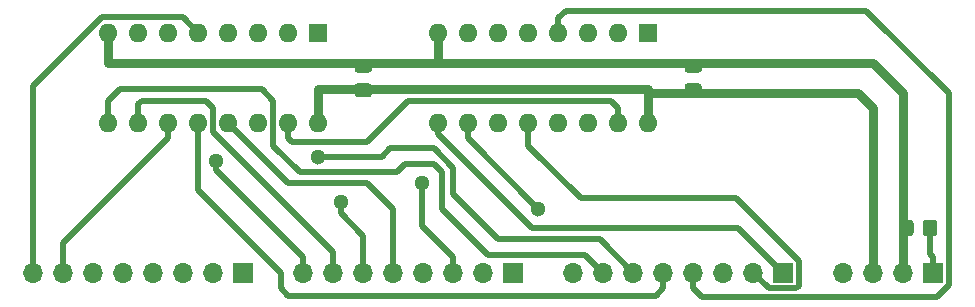
<source format=gbr>
%TF.GenerationSoftware,KiCad,Pcbnew,(5.1.8)-1*%
%TF.CreationDate,2022-10-23T00:45:01+03:00*%
%TF.ProjectId,MUX2x1,4d555832-7831-42e6-9b69-6361645f7063,rev?*%
%TF.SameCoordinates,Original*%
%TF.FileFunction,Copper,L2,Bot*%
%TF.FilePolarity,Positive*%
%FSLAX46Y46*%
G04 Gerber Fmt 4.6, Leading zero omitted, Abs format (unit mm)*
G04 Created by KiCad (PCBNEW (5.1.8)-1) date 2022-10-23 00:45:01*
%MOMM*%
%LPD*%
G01*
G04 APERTURE LIST*
%TA.AperFunction,ComponentPad*%
%ADD10R,1.700000X1.700000*%
%TD*%
%TA.AperFunction,ComponentPad*%
%ADD11O,1.700000X1.700000*%
%TD*%
%TA.AperFunction,ComponentPad*%
%ADD12R,1.600000X1.600000*%
%TD*%
%TA.AperFunction,ComponentPad*%
%ADD13O,1.600000X1.600000*%
%TD*%
%TA.AperFunction,ViaPad*%
%ADD14C,1.300000*%
%TD*%
%TA.AperFunction,Conductor*%
%ADD15C,0.500000*%
%TD*%
%TA.AperFunction,Conductor*%
%ADD16C,0.800000*%
%TD*%
G04 APERTURE END LIST*
%TO.P,C1,1*%
%TO.N,VCC*%
%TA.AperFunction,SMDPad,CuDef*%
G36*
G01*
X107155000Y-66395000D02*
X106205000Y-66395000D01*
G75*
G02*
X105955000Y-66145000I0J250000D01*
G01*
X105955000Y-65470000D01*
G75*
G02*
X106205000Y-65220000I250000J0D01*
G01*
X107155000Y-65220000D01*
G75*
G02*
X107405000Y-65470000I0J-250000D01*
G01*
X107405000Y-66145000D01*
G75*
G02*
X107155000Y-66395000I-250000J0D01*
G01*
G37*
%TD.AperFunction*%
%TO.P,C1,2*%
%TO.N,GND*%
%TA.AperFunction,SMDPad,CuDef*%
G36*
G01*
X107155000Y-64320000D02*
X106205000Y-64320000D01*
G75*
G02*
X105955000Y-64070000I0J250000D01*
G01*
X105955000Y-63395000D01*
G75*
G02*
X106205000Y-63145000I250000J0D01*
G01*
X107155000Y-63145000D01*
G75*
G02*
X107405000Y-63395000I0J-250000D01*
G01*
X107405000Y-64070000D01*
G75*
G02*
X107155000Y-64320000I-250000J0D01*
G01*
G37*
%TD.AperFunction*%
%TD*%
D10*
%TO.P,J1,1*%
%TO.N,/A7*%
X68580000Y-81280000D03*
D11*
%TO.P,J1,2*%
%TO.N,/A6*%
X66040000Y-81280000D03*
%TO.P,J1,3*%
%TO.N,/A5*%
X63500000Y-81280000D03*
%TO.P,J1,4*%
%TO.N,/A4*%
X60960000Y-81280000D03*
%TO.P,J1,5*%
%TO.N,/A3*%
X58420000Y-81280000D03*
%TO.P,J1,6*%
%TO.N,/A2*%
X55880000Y-81280000D03*
%TO.P,J1,7*%
%TO.N,/A1*%
X53340000Y-81280000D03*
%TO.P,J1,8*%
%TO.N,/A0*%
X50800000Y-81280000D03*
%TD*%
%TO.P,J2,8*%
%TO.N,/B0*%
X73660000Y-81280000D03*
%TO.P,J2,7*%
%TO.N,/B1*%
X76200000Y-81280000D03*
%TO.P,J2,6*%
%TO.N,/B2*%
X78740000Y-81280000D03*
%TO.P,J2,5*%
%TO.N,/B3*%
X81280000Y-81280000D03*
%TO.P,J2,4*%
%TO.N,/B4*%
X83820000Y-81280000D03*
%TO.P,J2,3*%
%TO.N,/B5*%
X86360000Y-81280000D03*
%TO.P,J2,2*%
%TO.N,/B6*%
X88900000Y-81280000D03*
D10*
%TO.P,J2,1*%
%TO.N,/B7*%
X91440000Y-81280000D03*
%TD*%
%TO.P,J3,1*%
%TO.N,/O7*%
X114300000Y-81280000D03*
D11*
%TO.P,J3,2*%
%TO.N,/O6*%
X111760000Y-81280000D03*
%TO.P,J3,3*%
%TO.N,/O5*%
X109220000Y-81280000D03*
%TO.P,J3,4*%
%TO.N,/O4*%
X106680000Y-81280000D03*
%TO.P,J3,5*%
%TO.N,/O3*%
X104140000Y-81280000D03*
%TO.P,J3,6*%
%TO.N,/O2*%
X101600000Y-81280000D03*
%TO.P,J3,7*%
%TO.N,/O1*%
X99060000Y-81280000D03*
%TO.P,J3,8*%
%TO.N,/O0*%
X96520000Y-81280000D03*
%TD*%
D10*
%TO.P,J4,1*%
%TO.N,/~OE*%
X127000000Y-81280000D03*
D11*
%TO.P,J4,2*%
%TO.N,GND*%
X124460000Y-81280000D03*
%TO.P,J4,3*%
%TO.N,VCC*%
X121920000Y-81280000D03*
%TO.P,J4,4*%
%TO.N,/S*%
X119380000Y-81280000D03*
%TD*%
%TO.P,R1,1*%
%TO.N,/~OE*%
%TA.AperFunction,SMDPad,CuDef*%
G36*
G01*
X127330000Y-77019999D02*
X127330000Y-77920001D01*
G75*
G02*
X127080001Y-78170000I-249999J0D01*
G01*
X126379999Y-78170000D01*
G75*
G02*
X126130000Y-77920001I0J249999D01*
G01*
X126130000Y-77019999D01*
G75*
G02*
X126379999Y-76770000I249999J0D01*
G01*
X127080001Y-76770000D01*
G75*
G02*
X127330000Y-77019999I0J-249999D01*
G01*
G37*
%TD.AperFunction*%
%TO.P,R1,2*%
%TO.N,GND*%
%TA.AperFunction,SMDPad,CuDef*%
G36*
G01*
X125330000Y-77019999D02*
X125330000Y-77920001D01*
G75*
G02*
X125080001Y-78170000I-249999J0D01*
G01*
X124379999Y-78170000D01*
G75*
G02*
X124130000Y-77920001I0J249999D01*
G01*
X124130000Y-77019999D01*
G75*
G02*
X124379999Y-76770000I249999J0D01*
G01*
X125080001Y-76770000D01*
G75*
G02*
X125330000Y-77019999I0J-249999D01*
G01*
G37*
%TD.AperFunction*%
%TD*%
D12*
%TO.P,U1,1*%
%TO.N,/S*%
X74930000Y-60960000D03*
D13*
%TO.P,U1,9*%
%TO.N,/O1*%
X57150000Y-68580000D03*
%TO.P,U1,2*%
%TO.N,/A2*%
X72390000Y-60960000D03*
%TO.P,U1,10*%
%TO.N,/B1*%
X59690000Y-68580000D03*
%TO.P,U1,3*%
%TO.N,/B2*%
X69850000Y-60960000D03*
%TO.P,U1,11*%
%TO.N,/A1*%
X62230000Y-68580000D03*
%TO.P,U1,4*%
%TO.N,/O2*%
X67310000Y-60960000D03*
%TO.P,U1,12*%
%TO.N,/O3*%
X64770000Y-68580000D03*
%TO.P,U1,5*%
%TO.N,/A0*%
X64770000Y-60960000D03*
%TO.P,U1,13*%
%TO.N,/B3*%
X67310000Y-68580000D03*
%TO.P,U1,6*%
%TO.N,/B0*%
X62230000Y-60960000D03*
%TO.P,U1,14*%
%TO.N,/A3*%
X69850000Y-68580000D03*
%TO.P,U1,7*%
%TO.N,/O0*%
X59690000Y-60960000D03*
%TO.P,U1,15*%
%TO.N,/~OE*%
X72390000Y-68580000D03*
%TO.P,U1,8*%
%TO.N,GND*%
X57150000Y-60960000D03*
%TO.P,U1,16*%
%TO.N,VCC*%
X74930000Y-68580000D03*
%TD*%
%TO.P,U2,16*%
%TO.N,VCC*%
X102870000Y-68580000D03*
%TO.P,U2,8*%
%TO.N,GND*%
X85090000Y-60960000D03*
%TO.P,U2,15*%
%TO.N,/~OE*%
X100330000Y-68580000D03*
%TO.P,U2,7*%
%TO.N,/O5*%
X87630000Y-60960000D03*
%TO.P,U2,14*%
%TO.N,/A6*%
X97790000Y-68580000D03*
%TO.P,U2,6*%
%TO.N,/B5*%
X90170000Y-60960000D03*
%TO.P,U2,13*%
%TO.N,/B6*%
X95250000Y-68580000D03*
%TO.P,U2,5*%
%TO.N,/A5*%
X92710000Y-60960000D03*
%TO.P,U2,12*%
%TO.N,/O6*%
X92710000Y-68580000D03*
%TO.P,U2,4*%
%TO.N,/O4*%
X95250000Y-60960000D03*
%TO.P,U2,11*%
%TO.N,/A7*%
X90170000Y-68580000D03*
%TO.P,U2,3*%
%TO.N,/B4*%
X97790000Y-60960000D03*
%TO.P,U2,10*%
%TO.N,/B7*%
X87630000Y-68580000D03*
%TO.P,U2,2*%
%TO.N,/A4*%
X100330000Y-60960000D03*
%TO.P,U2,9*%
%TO.N,/O7*%
X85090000Y-68580000D03*
D12*
%TO.P,U2,1*%
%TO.N,/S*%
X102870000Y-60960000D03*
%TD*%
%TO.P,C2,1*%
%TO.N,VCC*%
%TA.AperFunction,SMDPad,CuDef*%
G36*
G01*
X79215000Y-66395000D02*
X78265000Y-66395000D01*
G75*
G02*
X78015000Y-66145000I0J250000D01*
G01*
X78015000Y-65470000D01*
G75*
G02*
X78265000Y-65220000I250000J0D01*
G01*
X79215000Y-65220000D01*
G75*
G02*
X79465000Y-65470000I0J-250000D01*
G01*
X79465000Y-66145000D01*
G75*
G02*
X79215000Y-66395000I-250000J0D01*
G01*
G37*
%TD.AperFunction*%
%TO.P,C2,2*%
%TO.N,GND*%
%TA.AperFunction,SMDPad,CuDef*%
G36*
G01*
X79215000Y-64320000D02*
X78265000Y-64320000D01*
G75*
G02*
X78015000Y-64070000I0J250000D01*
G01*
X78015000Y-63395000D01*
G75*
G02*
X78265000Y-63145000I250000J0D01*
G01*
X79215000Y-63145000D01*
G75*
G02*
X79465000Y-63395000I0J-250000D01*
G01*
X79465000Y-64070000D01*
G75*
G02*
X79215000Y-64320000I-250000J0D01*
G01*
G37*
%TD.AperFunction*%
%TD*%
D14*
%TO.N,/B7*%
X93568700Y-75882500D03*
%TO.N,/B5*%
X83741500Y-73660000D03*
%TO.N,/B2*%
X76835000Y-75247500D03*
%TO.N,/B0*%
X66284400Y-71755000D03*
%TO.N,/O2*%
X74930000Y-71437500D03*
%TD*%
D15*
%TO.N,VCC*%
X106912500Y-66040000D02*
X106680000Y-65807500D01*
D16*
X106912500Y-66040000D02*
X120650000Y-66040000D01*
X120650000Y-66040000D02*
X121920000Y-67310000D01*
X121920000Y-67310000D02*
X121920000Y-81280000D01*
X102870000Y-66040000D02*
X106912500Y-66040000D01*
D15*
X78972500Y-66040000D02*
X78740000Y-65807500D01*
D16*
X74930000Y-65722500D02*
X74930000Y-68580000D01*
X102870000Y-65722500D02*
X74930000Y-65722500D01*
X102870000Y-65722500D02*
X102870000Y-68580000D01*
D15*
%TO.N,GND*%
X106447500Y-63500000D02*
X106680000Y-63732500D01*
D16*
X106447500Y-63500000D02*
X121920000Y-63500000D01*
X121920000Y-63500000D02*
X124460000Y-66040000D01*
X124460000Y-66040000D02*
X124460000Y-77470000D01*
X85090000Y-63500000D02*
X106447500Y-63500000D01*
X124460000Y-77470000D02*
X124460000Y-81280000D01*
D15*
X124730000Y-77470000D02*
X124460000Y-77470000D01*
X78972500Y-63500000D02*
X78740000Y-63732500D01*
D16*
X78972500Y-63500000D02*
X85090000Y-63500000D01*
X57150000Y-60960000D02*
X57150000Y-63500000D01*
X57150000Y-63500000D02*
X78972500Y-63500000D01*
X85090000Y-63500000D02*
X85090000Y-60960000D01*
D15*
%TO.N,/A0*%
X64770000Y-60960000D02*
X63451500Y-59641500D01*
X63451500Y-59641500D02*
X56646500Y-59641500D01*
X56646500Y-59641500D02*
X50800000Y-65488000D01*
X50800000Y-65488000D02*
X50800000Y-81280000D01*
%TO.N,/A1*%
X62230000Y-68580000D02*
X62230000Y-69880000D01*
X62230000Y-69880000D02*
X53340000Y-78770000D01*
X53340000Y-78770000D02*
X53340000Y-81280000D01*
%TO.N,/B7*%
X87630000Y-69880000D02*
X93568700Y-75818700D01*
X87630000Y-68580000D02*
X87630000Y-69880000D01*
%TO.N,/B5*%
X86360000Y-81280000D02*
X86360000Y-79930000D01*
X83741500Y-73660000D02*
X83741500Y-77311500D01*
X83741500Y-77311500D02*
X86360000Y-79930000D01*
%TO.N,/B3*%
X81280000Y-79930000D02*
X81280000Y-81280000D01*
X81280000Y-75882500D02*
X81280000Y-79930000D01*
X79057500Y-73660000D02*
X81280000Y-75882500D01*
X72390000Y-73660000D02*
X79057500Y-73660000D01*
X67310000Y-68580000D02*
X72390000Y-73660000D01*
%TO.N,/B2*%
X76835000Y-76200000D02*
X76835000Y-75247500D01*
X78740000Y-78105000D02*
X76835000Y-76200000D01*
X78740000Y-81280000D02*
X78740000Y-78105000D01*
%TO.N,/B1*%
X76200000Y-79930000D02*
X76200000Y-81280000D01*
X76200000Y-79513300D02*
X76200000Y-79930000D01*
X66036600Y-69349900D02*
X76200000Y-79513300D01*
X66036600Y-67306600D02*
X66036600Y-69349900D01*
X60007500Y-66675000D02*
X65405000Y-66675000D01*
X65405000Y-66675000D02*
X66036600Y-67306600D01*
X59690000Y-66992500D02*
X60007500Y-66675000D01*
X59690000Y-68580000D02*
X59690000Y-66992500D01*
%TO.N,/B0*%
X73660000Y-81280000D02*
X73660000Y-79930000D01*
X66284400Y-72554400D02*
X73660000Y-79930000D01*
X66284400Y-72554400D02*
X66284400Y-71755000D01*
%TO.N,/O1*%
X57150000Y-66675000D02*
X57150000Y-68580000D01*
X99060000Y-81280000D02*
X97527200Y-79747200D01*
X71120000Y-66675000D02*
X70167500Y-65722500D01*
X70167500Y-65722500D02*
X58102500Y-65722500D01*
X89272200Y-79747200D02*
X85407500Y-75882500D01*
X85407500Y-75882500D02*
X85407500Y-72720900D01*
X85407500Y-72720900D02*
X84759100Y-72072500D01*
X73342500Y-72707500D02*
X71120000Y-70485000D01*
X84759100Y-72072500D02*
X82232500Y-72072500D01*
X82232500Y-72072500D02*
X81597500Y-72707500D01*
X71120000Y-70485000D02*
X71120000Y-66675000D01*
X97527200Y-79747200D02*
X89272200Y-79747200D01*
X81597500Y-72707500D02*
X73342500Y-72707500D01*
X58102500Y-65722500D02*
X57150000Y-66675000D01*
%TO.N,/O2*%
X98742500Y-78422500D02*
X101600000Y-81280000D01*
X86360000Y-74612500D02*
X90170000Y-78422500D01*
X86360000Y-72390000D02*
X86360000Y-74612500D01*
X84688500Y-70718500D02*
X86360000Y-72390000D01*
X81046500Y-70718500D02*
X84688500Y-70718500D01*
X80327500Y-71437500D02*
X81046500Y-70718500D01*
X90170000Y-78422500D02*
X98742500Y-78422500D01*
X74930000Y-71437500D02*
X80327500Y-71437500D01*
%TO.N,/O3*%
X103505000Y-83185000D02*
X104140000Y-82550000D01*
X72390000Y-83185000D02*
X103505000Y-83185000D01*
X71777750Y-82572750D02*
X72390000Y-83185000D01*
X104140000Y-82550000D02*
X104140000Y-81280000D01*
X71777750Y-81257250D02*
X71777750Y-82572750D01*
X64770000Y-74249500D02*
X71777750Y-81257250D01*
X64770000Y-68580000D02*
X64770000Y-74249500D01*
%TO.N,/O4*%
X95250000Y-59690000D02*
X95250000Y-60960000D01*
X95885000Y-59055000D02*
X95250000Y-59690000D01*
X121285000Y-59055000D02*
X95885000Y-59055000D01*
X128300400Y-66070400D02*
X121285000Y-59055000D01*
X128300400Y-82316600D02*
X128300400Y-66070400D01*
X127328400Y-83288600D02*
X128300400Y-82316600D01*
X107418600Y-83288600D02*
X127328400Y-83288600D01*
X106680000Y-82550000D02*
X107418600Y-83288600D01*
X106680000Y-81280000D02*
X106680000Y-82550000D01*
%TO.N,/O6*%
X115601000Y-82367500D02*
X115388200Y-82580300D01*
X113060300Y-82580300D02*
X111760000Y-81280000D01*
X115388200Y-82580300D02*
X113060300Y-82580300D01*
X115601000Y-80244100D02*
X115601000Y-82367500D01*
X110327200Y-74970300D02*
X115601000Y-80244100D01*
X97195300Y-74970300D02*
X110327200Y-74970300D01*
X92710000Y-70485000D02*
X97195300Y-74970300D01*
X92710000Y-68580000D02*
X92710000Y-70485000D01*
%TO.N,/O7*%
X85090000Y-69524100D02*
X85090000Y-68580000D01*
X93035900Y-77470000D02*
X85090000Y-69524100D01*
X110490000Y-77470000D02*
X93035900Y-77470000D01*
X114300000Y-81280000D02*
X110490000Y-77470000D01*
%TO.N,/~OE*%
X127000000Y-81280000D02*
X127000000Y-79930000D01*
X127000000Y-79930000D02*
X126730000Y-79660000D01*
X126730000Y-79660000D02*
X126730000Y-77470000D01*
X72390000Y-69850000D02*
X72390000Y-68580000D01*
X79057500Y-70167500D02*
X72707500Y-70167500D01*
X82550000Y-66675000D02*
X79057500Y-70167500D01*
X99695000Y-66675000D02*
X82550000Y-66675000D01*
X100330000Y-67310000D02*
X99695000Y-66675000D01*
X72707500Y-70167500D02*
X72390000Y-69850000D01*
X100330000Y-68580000D02*
X100330000Y-67310000D01*
%TD*%
M02*

</source>
